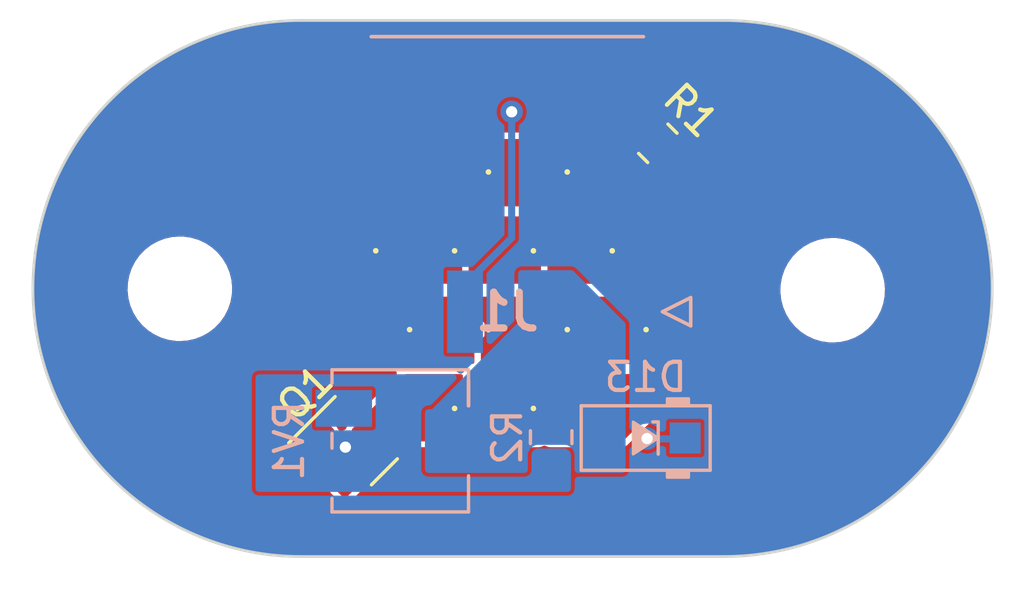
<source format=kicad_pcb>
(kicad_pcb (version 20221018) (generator pcbnew)
  (layers (0 "F.Cu" signal) (31 "B.Cu" signal) (34 "B.Paste" user) (35 "F.Paste" user) (36 "B.SilkS" user "B.Silkscreen") (37 "F.SilkS" user "F.Silkscreen") (38 "B.Mask" user) (39 "F.Mask" user) (44 "Edge.Cuts" user))
  (net 0 "")
  (net 1 "Net-(D1-K)")
  (net 2 "/Input")
  (net 3 "Net-(D2-K)")
  (net 4 "Net-(D3-K)")
  (net 5 "Net-(D4-K)")
  (net 6 "Net-(D5-K)")
  (net 7 "Net-(D6-K)")
  (net 8 "Net-(D7-K)")
  (net 9 "Net-(D8-K)")
  (net 10 "Net-(D10-A)")
  (net 11 "Net-(D10-K)")
  (net 12 "Net-(D11-K)")
  (net 13 "/GND")
  (net 15 "/MOUNT")
  (net 16 "/LED-")
  (net 17 "/REG")
  (net 18 "/TRIM")
  (footprint "SUFST:KR-SITQA1.23_handsolder" (layer "F.Cu") (at 56.134 42.164 -90)
    (fp_text reference "D3" hide)
    (fp_text value "KR-SITQA1.23")
    (fp_circle (center 0 0.6) (end 0.05 0.6) (stroke (width 0.1)) (fill none) (layer "F.SilkS"))
    (pad "1" smd custom (at -0.4 0.5 270) (size 0.1 0.1) (layers "F.Cu" "F.Paste" "F.Mask") (net 4 "Net-(D3-K)") (clearance 0.05) (options (clearance outline) (anchor circle)) (primitives (gr_poly (pts (xy -0.15 0.65) (xy -0.15 -0.15) (xy 0 -0.15) (xy 0.2 0.05) (xy 0.2 0.65)) (width 0.0001) (fill yes))))
    (pad "1" smd custom (at 0.4 0.5 270) (size 0.1 0.1) (layers "F.Cu" "F.Paste" "F.Mask") (net 4 "Net-(D3-K)") (clearance 0.05) (options (clearance outline) (anchor circle)) (primitives (gr_poly (pts (xy 0.15 0.65) (xy 0.15 -0.15) (xy 0 -0.15) (xy -0.2 0.05) (xy -0.2 0.65)) (width 0.0001) (fill yes))))
    (pad "2" smd custom (at 0 -0.2 270) (size 0.1 0.1) (layers "F.Cu" "F.Paste" "F.Mask") (net 3 "Net-(D2-K)") (clearance 0.05) (options (clearance outline) (anchor circle)) (primitives (gr_poly (pts (xy 0.125 0.4) (xy 0.35 0.15) (xy 0.35 -0.15) (xy 0.55 -0.15) (xy 0.55 -0.95) (xy 0.125 -0.95) (xy 0.125 -0.15) (xy -0.125 -0.15) (xy -0.125 -0.95) (xy -0.55 -0.95) (xy -0.55 -0.15) (xy -0.35 -0.15) (xy -0.35 0.15) (xy -0.125 0.4)) (width 0.0001) (fill yes))))
  )
  (footprint "SUFST:KR-SITQA1.23_handsolder" (layer "F.Cu") (at 53.34 42.164 -90)
    (fp_text reference "D4" hide)
    (fp_text value "KR-SITQA1.23")
    (fp_circle (center 0 0.6) (end 0.05 0.6) (stroke (width 0.1)) (fill none) (layer "F.SilkS"))
    (pad "1" smd custom (at -0.4 0.5 270) (size 0.1 0.1) (layers "F.Cu" "F.Paste" "F.Mask") (net 5 "Net-(D4-K)") (clearance 0.05) (options (clearance outline) (anchor circle)) (primitives (gr_poly (pts (xy -0.15 0.65) (xy -0.15 -0.15) (xy 0 -0.15) (xy 0.2 0.05) (xy 0.2 0.65)) (width 0.0001) (fill yes))))
    (pad "1" smd custom (at 0.4 0.5 270) (size 0.1 0.1) (layers "F.Cu" "F.Paste" "F.Mask") (net 5 "Net-(D4-K)") (clearance 0.05) (options (clearance outline) (anchor circle)) (primitives (gr_poly (pts (xy 0.15 0.65) (xy 0.15 -0.15) (xy 0 -0.15) (xy -0.2 0.05) (xy -0.2 0.65)) (width 0.0001) (fill yes))))
    (pad "2" smd custom (at 0 -0.2 270) (size 0.1 0.1) (layers "F.Cu" "F.Paste" "F.Mask") (net 4 "Net-(D3-K)") (clearance 0.05) (options (clearance outline) (anchor circle)) (primitives (gr_poly (pts (xy 0.125 0.4) (xy 0.35 0.15) (xy 0.35 -0.15) (xy 0.55 -0.15) (xy 0.55 -0.95) (xy 0.125 -0.95) (xy 0.125 -0.15) (xy -0.125 -0.15) (xy -0.125 -0.95) (xy -0.55 -0.95) (xy -0.55 -0.15) (xy -0.35 -0.15) (xy -0.35 0.15) (xy -0.125 0.4)) (width 0.0001) (fill yes))))
  )
  (footprint "MountingHole:MountingHole_3.2mm_M3" (layer "F.Cu") (at 63.3476 43.561)
    (fp_text reference "H2" hide)
    (fp_text value "MountingHole")
    (pad "" np_thru_hole circle (at 0 0) (size 3.2 3.2) (drill 3.2) (layers "*.Cu" "*.Mask"))
  )
  (footprint "SUFST:KR-SITQA1.23_handsolder" (layer "F.Cu") (at 50.546 44.958 90)
    (fp_text reference "D8" hide)
    (fp_text value "KR-SITQA1.23")
    (fp_circle (center 0 0.6) (end 0.05 0.6) (stroke (width 0.1)) (fill none) (layer "F.SilkS"))
    (pad "1" smd custom (at -0.4 0.5 90) (size 0.1 0.1) (layers "F.Cu" "F.Paste" "F.Mask") (net 9 "Net-(D8-K)") (clearance 0.05) (options (clearance outline) (anchor circle)) (primitives (gr_poly (pts (xy -0.15 0.65) (xy -0.15 -0.15) (xy 0 -0.15) (xy 0.2 0.05) (xy 0.2 0.65)) (width 0.0001) (fill yes))))
    (pad "1" smd custom (at 0.4 0.5 90) (size 0.1 0.1) (layers "F.Cu" "F.Paste" "F.Mask") (net 9 "Net-(D8-K)") (clearance 0.05) (options (clearance outline) (anchor circle)) (primitives (gr_poly (pts (xy 0.15 0.65) (xy 0.15 -0.15) (xy 0 -0.15) (xy -0.2 0.05) (xy -0.2 0.65)) (width 0.0001) (fill yes))))
    (pad "2" smd custom (at 0 -0.2 90) (size 0.1 0.1) (layers "F.Cu" "F.Paste" "F.Mask") (net 8 "Net-(D7-K)") (clearance 0.05) (options (clearance outline) (anchor circle)) (primitives (gr_poly (pts (xy 0.125 0.4) (xy 0.35 0.15) (xy 0.35 -0.15) (xy 0.55 -0.15) (xy 0.55 -0.95) (xy 0.125 -0.95) (xy 0.125 -0.15) (xy -0.125 -0.15) (xy -0.125 -0.95) (xy -0.55 -0.95) (xy -0.55 -0.15) (xy -0.35 -0.15) (xy -0.35 0.15) (xy -0.125 0.4)) (width 0.0001) (fill yes))))
  )
  (footprint "SUFST:KR-SITQA1.23_handsolder" (layer "F.Cu") (at 56.134 44.958 90)
    (fp_text reference "D10" hide)
    (fp_text value "KR-SITQA1.23")
    (fp_circle (center 0 0.6) (end 0.05 0.6) (stroke (width 0.1)) (fill none) (layer "F.SilkS"))
    (pad "1" smd custom (at -0.4 0.5 90) (size 0.1 0.1) (layers "F.Cu" "F.Paste" "F.Mask") (net 11 "Net-(D10-K)") (clearance 0.05) (options (clearance outline) (anchor circle)) (primitives (gr_poly (pts (xy -0.15 0.65) (xy -0.15 -0.15) (xy 0 -0.15) (xy 0.2 0.05) (xy 0.2 0.65)) (width 0.0001) (fill yes))))
    (pad "1" smd custom (at 0.4 0.5 90) (size 0.1 0.1) (layers "F.Cu" "F.Paste" "F.Mask") (net 11 "Net-(D10-K)") (clearance 0.05) (options (clearance outline) (anchor circle)) (primitives (gr_poly (pts (xy 0.15 0.65) (xy 0.15 -0.15) (xy 0 -0.15) (xy -0.2 0.05) (xy -0.2 0.65)) (width 0.0001) (fill yes))))
    (pad "2" smd custom (at 0 -0.2 90) (size 0.1 0.1) (layers "F.Cu" "F.Paste" "F.Mask") (net 10 "Net-(D10-A)") (clearance 0.05) (options (clearance outline) (anchor circle)) (primitives (gr_poly (pts (xy 0.125 0.4) (xy 0.35 0.15) (xy 0.35 -0.15) (xy 0.55 -0.15) (xy 0.55 -0.95) (xy 0.125 -0.95) (xy 0.125 -0.15) (xy -0.125 -0.15) (xy -0.125 -0.95) (xy -0.55 -0.95) (xy -0.55 -0.15) (xy -0.35 -0.15) (xy -0.35 0.15) (xy -0.125 0.4)) (width 0.0001) (fill yes))))
  )
  (footprint "SUFST:KR-SITQA1.23_handsolder" (layer "F.Cu") (at 50.546 47.752 -90)
    (fp_text reference "D12" hide)
    (fp_text value "KR-SITQA1.23")
    (fp_circle (center 0 0.6) (end 0.05 0.6) (stroke (width 0.1)) (fill none) (layer "F.SilkS"))
    (pad "1" smd custom (at -0.4 0.5 270) (size 0.1 0.1) (layers "F.Cu" "F.Paste" "F.Mask") (net 16 "/LED-") (clearance 0.05) (options (clearance outline) (anchor circle)) (primitives (gr_poly (pts (xy -0.15 0.65) (xy -0.15 -0.15) (xy 0 -0.15) (xy 0.2 0.05) (xy 0.2 0.65)) (width 0.0001) (fill yes))))
    (pad "1" smd custom (at 0.4 0.5 270) (size 0.1 0.1) (layers "F.Cu" "F.Paste" "F.Mask") (net 16 "/LED-") (clearance 0.05) (options (clearance outline) (anchor circle)) (primitives (gr_poly (pts (xy 0.15 0.65) (xy 0.15 -0.15) (xy 0 -0.15) (xy -0.2 0.05) (xy -0.2 0.65)) (width 0.0001) (fill yes))))
    (pad "2" smd custom (at 0 -0.2 270) (size 0.1 0.1) (layers "F.Cu" "F.Paste" "F.Mask") (net 12 "Net-(D11-K)") (clearance 0.05) (options (clearance outline) (anchor circle)) (primitives (gr_poly (pts (xy 0.125 0.4) (xy 0.35 0.15) (xy 0.35 -0.15) (xy 0.55 -0.15) (xy 0.55 -0.95) (xy 0.125 -0.95) (xy 0.125 -0.15) (xy -0.125 -0.15) (xy -0.125 -0.95) (xy -0.55 -0.95) (xy -0.55 -0.15) (xy -0.35 -0.15) (xy -0.35 0.15) (xy -0.125 0.4)) (width 0.0001) (fill yes))))
  )
  (footprint "Package_TO_SOT_SMD:SOT-23" (layer "F.Cu") (at 46.355 48.895 45)
    (fp_text reference "Q1" (at 0 -2.4 45) (layer "F.SilkS"))
    (fp_text value "BC817")
    (fp_line (start 0 -1.56) (end -1.675 -1.56) (stroke (width 0.12)) (layer "F.SilkS"))
    (fp_line (start 0 -1.56) (end 0.65 -1.56) (stroke (width 0.12)) (layer "F.SilkS"))
    (fp_line (start 0 1.56) (end -0.65 1.56) (stroke (width 0.12)) (layer "F.SilkS"))
    (fp_line (start 0 1.56) (end 0.65 1.56) (stroke (width 0.12)) (layer "F.SilkS"))
    (pad "1" smd roundrect (at -0.9375 -0.95 45) (size 1.475 0.6) (layers "F.Cu" "F.Paste" "F.Mask") (net 17 "/REG"))
    (pad "2" smd roundrect (at -0.9375 0.95 45) (size 1.475 0.6) (layers "F.Cu" "F.Paste" "F.Mask") (net 18 "/TRIM"))
    (pad "3" smd roundrect (at 0.9375 0 45) (size 1.475 0.6) (layers "F.Cu" "F.Paste" "F.Mask") (net 16 "/LED-"))
  )
  (footprint "SUFST:KR-SITQA1.23_handsolder" (layer "F.Cu") (at 53.34 47.752 -90)
    (fp_text reference "D11" hide)
    (fp_text value "KR-SITQA1.23")
    (fp_circle (center 0 0.6) (end 0.05 0.6) (stroke (width 0.1)) (fill none) (layer "F.SilkS"))
    (pad "1" smd custom (at -0.4 0.5 270) (size 0.1 0.1) (layers "F.Cu" "F.Paste" "F.Mask") (net 12 "Net-(D11-K)") (clearance 0.05) (options (clearance outline) (anchor circle)) (primitives (gr_poly (pts (xy -0.15 0.65) (xy -0.15 -0.15) (xy 0 -0.15) (xy 0.2 0.05) (xy 0.2 0.65)) (width 0.0001) (fill yes))))
    (pad "1" smd custom (at 0.4 0.5 270) (size 0.1 0.1) (layers "F.Cu" "F.Paste" "F.Mask") (net 12 "Net-(D11-K)") (clearance 0.05) (options (clearance outline) (anchor circle)) (primitives (gr_poly (pts (xy 0.15 0.65) (xy 0.15 -0.15) (xy 0 -0.15) (xy -0.2 0.05) (xy -0.2 0.65)) (width 0.0001) (fill yes))))
    (pad "2" smd custom (at 0 -0.2 270) (size 0.1 0.1) (layers "F.Cu" "F.Paste" "F.Mask") (net 11 "Net-(D10-K)") (clearance 0.05) (options (clearance outline) (anchor circle)) (primitives (gr_poly (pts (xy 0.125 0.4) (xy 0.35 0.15) (xy 0.35 -0.15) (xy 0.55 -0.15) (xy 0.55 -0.95) (xy 0.125 -0.95) (xy 0.125 -0.15) (xy -0.125 -0.15) (xy -0.125 -0.95) (xy -0.55 -0.95) (xy -0.55 -0.15) (xy -0.35 -0.15) (xy -0.35 0.15) (xy -0.125 0.4)) (width 0.0001) (fill yes))))
  )
  (footprint "SUFST:KR-SITQA1.23_handsolder" (layer "F.Cu") (at 50.546 39.37 90)
    (fp_text reference "D1" hide)
    (fp_text value "KR-SITQA1.23")
    (fp_circle (center 0 0.6) (end 0.05 0.6) (stroke (width 0.1)) (fill none) (layer "F.SilkS"))
    (pad "1" smd custom (at -0.4 0.5 90) (size 0.1 0.1) (layers "F.Cu" "F.Paste" "F.Mask") (net 1 "Net-(D1-K)") (clearance 0.05) (options (clearance outline) (anchor circle)) (primitives (gr_poly (pts (xy -0.15 0.65) (xy -0.15 -0.15) (xy 0 -0.15) (xy 0.2 0.05) (xy 0.2 0.65)) (width 0.0001) (fill yes))))
    (pad "1" smd custom (at 0.4 0.5 90) (size 0.1 0.1) (layers "F.Cu" "F.Paste" "F.Mask") (net 1 "Net-(D1-K)") (clearance 0.05) (options (clearance outline) (anchor circle)) (primitives (gr_poly (pts (xy 0.15 0.65) (xy 0.15 -0.15) (xy 0 -0.15) (xy -0.2 0.05) (xy -0.2 0.65)) (width 0.0001) (fill yes))))
    (pad "2" smd custom (at 0 -0.2 90) (size 0.1 0.1) (layers "F.Cu" "F.Paste" "F.Mask") (net 2 "/Input") (clearance 0.05) (options (clearance outline) (anchor circle)) (primitives (gr_poly (pts (xy 0.125 0.4) (xy 0.35 0.15) (xy 0.35 -0.15) (xy 0.55 -0.15) (xy 0.55 -0.95) (xy 0.125 -0.95) (xy 0.125 -0.15) (xy -0.125 -0.15) (xy -0.125 -0.95) (xy -0.55 -0.95) (xy -0.55 -0.15) (xy -0.35 -0.15) (xy -0.35 0.15) (xy -0.125 0.4)) (width 0.0001) (fill yes))))
  )
  (footprint "Resistor_SMD:R_0805_2012Metric" (layer "F.Cu") (at 57.15 38.354 -45)
    (fp_text reference "R1" (at 0 -1.65 135) (layer "F.SilkS"))
    (fp_text value "33k")
    (fp_line (start -0.227064 -0.735) (end 0.227064 -0.735) (stroke (width 0.12)) (layer "F.SilkS"))
    (fp_line (start -0.227064 0.735) (end 0.227064 0.735) (stroke (width 0.12)) (layer "F.SilkS"))
    (pad "1" smd roundrect (at -0.9125 0 315) (size 1.025 1.4) (layers "F.Cu" "F.Paste" "F.Mask") (roundrect_rratio 0.243902) (net 2 "/Input"))
    (pad "2" smd roundrect (at 0.9125 0 315) (size 1.025 1.4) (layers "F.Cu" "F.Paste" "F.Mask") (roundrect_rratio 0.243902) (net 17 "/REG"))
  )
  (footprint "SUFST:KR-SITQA1.23_handsolder" (layer "F.Cu") (at 53.34 44.958 90)
    (fp_text reference "D9" hide)
    (fp_text value "KR-SITQA1.23")
    (fp_circle (center 0 0.6) (end 0.05 0.6) (stroke (width 0.1)) (fill none) (layer "F.SilkS"))
    (pad "1" smd custom (at -0.4 0.5 90) (size 0.1 0.1) (layers "F.Cu" "F.Paste" "F.Mask") (net 10 "Net-(D10-A)") (clearance 0.05) (options (clearance outline) (anchor circle)) (primitives (gr_poly (pts (xy -0.15 0.65) (xy -0.15 -0.15) (xy 0 -0.15) (xy 0.2 0.05) (xy 0.2 0.65)) (width 0.0001) (fill yes))))
    (pad "1" smd custom (at 0.4 0.5 90) (size 0.1 0.1) (layers "F.Cu" "F.Paste" "F.Mask") (net 10 "Net-(D10-A)") (clearance 0.05) (options (clearance outline) (anchor circle)) (primitives (gr_poly (pts (xy 0.15 0.65) (xy 0.15 -0.15) (xy 0 -0.15) (xy -0.2 0.05) (xy -0.2 0.65)) (width 0.0001) (fill yes))))
    (pad "2" smd custom (at 0 -0.2 90) (size 0.1 0.1) (layers "F.Cu" "F.Paste" "F.Mask") (net 9 "Net-(D8-K)") (clearance 0.05) (options (clearance outline) (anchor circle)) (primitives (gr_poly (pts (xy 0.125 0.4) (xy 0.35 0.15) (xy 0.35 -0.15) (xy 0.55 -0.15) (xy 0.55 -0.95) (xy 0.125 -0.95) (xy 0.125 -0.15) (xy -0.125 -0.15) (xy -0.125 -0.95) (xy -0.55 -0.95) (xy -0.55 -0.15) (xy -0.35 -0.15) (xy -0.35 0.15) (xy -0.125 0.4)) (width 0.0001) (fill yes))))
  )
  (footprint "SUFST:KR-SITQA1.23_handsolder" (layer "F.Cu") (at 53.34 39.37 90)
    (fp_text reference "D2" hide)
    (fp_text value "KR-SITQA1.23")
    (fp_circle (center 0 0.6) (end 0.05 0.6) (stroke (width 0.1)) (fill none) (layer "F.SilkS"))
    (pad "1" smd custom (at -0.4 0.5 90) (size 0.1 0.1) (layers "F.Cu" "F.Paste" "F.Mask") (net 3 "Net-(D2-K)") (clearance 0.05) (options (clearance outline) (anchor circle)) (primitives (gr_poly (pts (xy -0.15 0.65) (xy -0.15 -0.15) (xy 0 -0.15) (xy 0.2 0.05) (xy 0.2 0.65)) (width 0.0001) (fill yes))))
    (pad "1" smd custom (at 0.4 0.5 90) (size 0.1 0.1) (layers "F.Cu" "F.Paste" "F.Mask") (net 3 "Net-(D2-K)") (clearance 0.05) (options (clearance outline) (anchor circle)) (primitives (gr_poly (pts (xy 0.15 0.65) (xy 0.15 -0.15) (xy 0 -0.15) (xy -0.2 0.05) (xy -0.2 0.65)) (width 0.0001) (fill yes))))
    (pad "2" smd custom (at 0 -0.2 90) (size 0.1 0.1) (layers "F.Cu" "F.Paste" "F.Mask") (net 1 "Net-(D1-K)") (clearance 0.05) (options (clearance outline) (anchor circle)) (primitives (gr_poly (pts (xy 0.125 0.4) (xy 0.35 0.15) (xy 0.35 -0.15) (xy 0.55 -0.15) (xy 0.55 -0.95) (xy 0.125 -0.95) (xy 0.125 -0.15) (xy -0.125 -0.15) (xy -0.125 -0.95) (xy -0.55 -0.95) (xy -0.55 -0.15) (xy -0.35 -0.15) (xy -0.35 0.15) (xy -0.125 0.4)) (width 0.0001) (fill yes))))
  )
  (footprint "MountingHole:MountingHole_3.2mm_M3" (layer "F.Cu") (at 40.2082 43.5102)
    (fp_text reference "H1" hide)
    (fp_text value "MountingHole")
    (pad "" np_thru_hole circle (at 0 0) (size 3.2 3.2) (drill 3.2) (layers "*.Cu" "*.Mask"))
  )
  (footprint "SUFST:KR-SITQA1.23_handsolder" (layer "F.Cu") (at 47.752 44.958 90)
    (fp_text reference "D7" hide)
    (fp_text value "KR-SITQA1.23")
    (fp_circle (center 0 0.6) (end 0.05 0.6) (stroke (width 0.1)) (fill none) (layer "F.SilkS"))
    (pad "1" smd custom (at -0.4 0.5 90) (size 0.1 0.1) (layers "F.Cu" "F.Paste" "F.Mask") (net 8 "Net-(D7-K)") (clearance 0.05) (options (clearance outline) (anchor circle)) (primitives (gr_poly (pts (xy -0.15 0.65) (xy -0.15 -0.15) (xy 0 -0.15) (xy 0.2 0.05) (xy 0.2 0.65)) (width 0.0001) (fill yes))))
    (pad "1" smd custom (at 0.4 0.5 90) (size 0.1 0.1) (layers "F.Cu" "F.Paste" "F.Mask") (net 8 "Net-(D7-K)") (clearance 0.05) (options (clearance outline) (anchor circle)) (primitives (gr_poly (pts (xy 0.15 0.65) (xy 0.15 -0.15) (xy 0 -0.15) (xy -0.2 0.05) (xy -0.2 0.65)) (width 0.0001) (fill yes))))
    (pad "2" smd custom (at 0 -0.2 90) (size 0.1 0.1) (layers "F.Cu" "F.Paste" "F.Mask") (net 7 "Net-(D6-K)") (clearance 0.05) (options (clearance outline) (anchor circle)) (primitives (gr_poly (pts (xy 0.125 0.4) (xy 0.35 0.15) (xy 0.35 -0.15) (xy 0.55 -0.15) (xy 0.55 -0.95) (xy 0.125 -0.95) (xy 0.125 -0.15) (xy -0.125 -0.15) (xy -0.125 -0.95) (xy -0.55 -0.95) (xy -0.55 -0.15) (xy -0.35 -0.15) (xy -0.35 0.15) (xy -0.125 0.4)) (width 0.0001) (fill yes))))
  )
  (footprint "SUFST:KR-SITQA1.23_handsolder" (layer "F.Cu") (at 47.752 42.164 -90)
    (fp_text reference "D6" hide)
    (fp_text value "KR-SITQA1.23")
    (fp_circle (center 0 0.6) (end 0.05 0.6) (stroke (width 0.1)) (fill none) (layer "F.SilkS"))
    (pad "1" smd custom (at -0.4 0.5 270) (size 0.1 0.1) (layers "F.Cu" "F.Paste" "F.Mask") (net 7 "Net-(D6-K)") (clearance 0.05) (options (clearance outline) (anchor circle)) (primitives (gr_poly (pts (xy -0.15 0.65) (xy -0.15 -0.15) (xy 0 -0.15) (xy 0.2 0.05) (xy 0.2 0.65)) (width 0.0001) (fill yes))))
    (pad "1" smd custom (at 0.4 0.5 270) (size 0.1 0.1) (layers "F.Cu" "F.Paste" "F.Mask") (net 7 "Net-(D6-K)") (clearance 0.05) (options (clearance outline) (anchor circle)) (primitives (gr_poly (pts (xy 0.15 0.65) (xy 0.15 -0.15) (xy 0 -0.15) (xy -0.2 0.05) (xy -0.2 0.65)) (width 0.0001) (fill yes))))
    (pad "2" smd custom (at 0 -0.2 270) (size 0.1 0.1) (layers "F.Cu" "F.Paste" "F.Mask") (net 6 "Net-(D5-K)") (clearance 0.05) (options (clearance outline) (anchor circle)) (primitives (gr_poly (pts (xy 0.125 0.4) (xy 0.35 0.15) (xy 0.35 -0.15) (xy 0.55 -0.15) (xy 0.55 -0.95) (xy 0.125 -0.95) (xy 0.125 -0.15) (xy -0.125 -0.15) (xy -0.125 -0.95) (xy -0.55 -0.95) (xy -0.55 -0.15) (xy -0.35 -0.15) (xy -0.35 0.15) (xy -0.125 0.4)) (width 0.0001) (fill yes))))
  )
  (footprint "SUFST:KR-SITQA1.23_handsolder" (layer "F.Cu") (at 50.546 42.164 -90)
    (fp_text reference "D5" hide)
    (fp_text value "KR-SITQA1.23")
    (fp_circle (center 0 0.6) (end 0.05 0.6) (stroke (width 0.1)) (fill none) (layer "F.SilkS"))
    (pad "1" smd custom (at -0.4 0.5 270) (size 0.1 0.1) (layers "F.Cu" "F.Paste" "F.Mask") (net 6 "Net-(D5-K)") (clearance 0.05) (options (clearance outline) (anchor circle)) (primitives (gr_poly (pts (xy -0.15 0.65) (xy -0.15 -0.15) (xy 0 -0.15) (xy 0.2 0.05) (xy 0.2 0.65)) (width 0.0001) (fill yes))))
    (pad "1" smd custom (at 0.4 0.5 270) (size 0.1 0.1) (layers "F.Cu" "F.Paste" "F.Mask") (net 6 "Net-(D5-K)") (clearance 0.05) (options (clearance outline) (anchor circle)) (primitives (gr_poly (pts (xy 0.15 0.65) (xy 0.15 -0.15) (xy 0 -0.15) (xy -0.2 0.05) (xy -0.2 0.65)) (width 0.0001) (fill yes))))
    (pad "2" smd custom (at 0 -0.2 270) (size 0.1 0.1) (layers "F.Cu" "F.Paste" "F.Mask") (net 5 "Net-(D4-K)") (clearance 0.05) (options (clearance outline) (anchor circle)) (primitives (gr_poly (pts (xy 0.125 0.4) (xy 0.35 0.15) (xy 0.35 -0.15) (xy 0.55 -0.15) (xy 0.55 -0.95) (xy 0.125 -0.95) (xy 0.125 -0.15) (xy -0.125 -0.15) (xy -0.125 -0.95) (xy -0.55 -0.95) (xy -0.55 -0.15) (xy -0.35 -0.15) (xy -0.35 0.15) (xy -0.125 0.4)) (width 0.0001) (fill yes))))
  )
  (footprint "Diode_SMD_AKL:D_SOD-123F_Zener" (layer "B.Cu") (at 56.72 48.8 180)
    (fp_text reference "D13" (at 0 2.159) (layer "B.SilkS") (effects (justify mirror)))
    (fp_text value "1N5333B")
    (fp_line (start -2.286 -1.143) (end -2.286 1.143) (stroke (width 0.12)) (layer "B.SilkS"))
    (fp_line (start -2.286 1.143) (end 2.286 1.143) (stroke (width 0.12)) (layer "B.SilkS"))
    (fp_line (start -0.4445 0.5715) (end -0.4445 -0.5715) (stroke (width 0.12)) (layer "B.SilkS"))
    (fp_line (start -0.4445 0.5715) (end -0.254 0.5715) (stroke (width 0.12)) (layer "B.SilkS"))
    (fp_line (start 2.286 -1.143) (end -2.286 -1.143) (stroke (width 0.12)) (layer "B.SilkS"))
    (fp_line (start 2.286 1.143) (end 2.286 -1.143) (stroke (width 0.12)) (layer "B.SilkS"))
    (fp_poly (pts (xy 0.4445 -0.5715) (xy -0.4445 0) (xy 0.4445 0.5715)) (stroke (width 0.1)) (fill solid) (layer "B.SilkS"))
    (fp_poly (pts (xy -0.762 -1.397) (xy -1.524 -1.397) (xy -1.524 -1.143) (xy -0.762 -1.143)) (stroke (width 0.1)) (fill solid) (layer "B.SilkS"))
    (fp_poly (pts (xy -0.762 1.143) (xy -1.524 1.143) (xy -1.524 1.397) (xy -0.762 1.397)) (stroke (width 0.1)) (fill solid) (layer "B.SilkS"))
    (pad "1" smd rect (at -1.4 0 180) (size 1.1 1.1) (layers "B.Cu" "B.Paste" "B.Mask") (net 17 "/REG"))
    (pad "2" smd rect (at 1.4 0 180) (size 1.1 1.1) (layers "B.Cu" "B.Paste" "B.Mask") (net 13 "/GND"))
  )
  (footprint "Resistor_SMD:R_0805_2012Metric" (layer "B.Cu") (at 53.37 48.77 90)
    (fp_text reference "R2" (at 0 -1.554 90) (layer "B.SilkS") (effects (justify mirror)))
    (fp_text value "68")
    (fp_line (start -0.227064 -0.735) (end 0.227064 -0.735) (stroke (width 0.12)) (layer "B.SilkS"))
    (fp_line (start -0.227064 0.735) (end 0.227064 0.735) (stroke (width 0.12)) (layer "B.SilkS"))
    (pad "1" smd roundrect (at -0.9125 0 90) (size 1.025 1.4) (layers "B.Cu" "B.Paste" "B.Mask") (roundrect_rratio 0.243902) (net 18 "/TRIM"))
    (pad "2" smd roundrect (at 0.9125 0 90) (size 1.025 1.4) (layers "B.Cu" "B.Paste" "B.Mask") (roundrect_rratio 0.243902) (net 13 "/GND"))
  )
  (footprint "SUFST:Molex_Micro-Fit_3.0_43650-0214_1x02_P3.00mm_Horizontal" (layer "B.Cu") (at 51.816 44.323)
    (fp_text reference "J1" (at 0 0) (layer "B.SilkS") (effects (font (size 1.27 1.27) (thickness 0.254)) (justify mirror)))
    (fp_text value "LED" hide)
    (fp_line (start 4.825 -9.75) (end -4.825 -9.75) (stroke (width 0.127)) (layer "B.SilkS"))
    (fp_line (start 5.5 0) (end 6.5 0.5) (stroke (width 0.127)) (layer "B.SilkS"))
    (fp_line (start 6.5 -0.5) (end 5.5 0) (stroke (width 0.127)) (layer "B.SilkS"))
    (fp_line (start 6.5 0.5) (end 6.5 -0.5) (stroke (width 0.127)) (layer "B.SilkS"))
    (pad "1" smd rect (at 1.5 0) (size 1.27 2.92) (layers "B.Cu" "B.Paste" "B.Mask") (net 13 "/GND"))
    (pad "2" smd rect (at -1.5 0) (size 1.27 2.92) (layers "B.Cu" "B.Paste" "B.Mask") (net 2 "/Input"))
    (pad "3" smd rect (at 5.385 -5.47 270) (size 1.65 3.43) (layers "B.Cu" "B.Paste" "B.Mask") (net 15 "/MOUNT"))
    (pad "4" smd rect (at -5.385 -5.47 270) (size 1.65 3.43) (layers "B.Cu" "B.Paste" "B.Mask") (net 15 "/MOUNT"))
  )
  (footprint "Potentiometer_SMD:Potentiometer_Bourns_3224J_Horizontal" (layer "B.Cu") (at 48.02 48.9 180)
    (fp_text reference "RV1" (at 3.937 0 90) (layer "B.SilkS") (effects (justify mirror)))
    (fp_text value "R_Potentiometer_Trim")
    (fp_line (start -2.42 -2.52) (end 2.42 -2.52) (stroke (width 0.12)) (layer "B.SilkS"))
    (fp_line (start -2.42 -1.24) (end -2.42 -2.52) (stroke (width 0.12)) (layer "B.SilkS"))
    (fp_line (start -2.42 2.14) (end -2.42 1.24) (stroke (width 0.12)) (layer "B.SilkS"))
    (fp_line (start -2.42 2.14) (end -2.42 1.24) (stroke (width 0.12)) (layer "B.SilkS"))
    (fp_line (start -2.42 2.14) (end -2.42 2.14) (stroke (width 0.12)) (layer "B.SilkS"))
    (fp_line (start -2.42 2.52) (end -2.42 1.24) (stroke (width 0.12)) (layer "B.SilkS"))
    (fp_line (start -2.42 2.52) (end 2.42 2.52) (stroke (width 0.12)) (layer "B.SilkS"))
    (fp_line (start 2.42 -2.04) (end 2.42 -2.52) (stroke (width 0.12)) (layer "B.SilkS"))
    (fp_line (start 2.42 0.26) (end 2.42 -0.26) (stroke (width 0.12)) (layer "B.SilkS"))
    (fp_line (start 2.42 2.52) (end 2.42 2.04) (stroke (width 0.12)) (layer "B.SilkS"))
    (pad "1" smd rect (at 2 1.15 180) (size 2 1.3) (layers "B.Cu" "B.Paste" "B.Mask"))
    (pad "2" smd rect (at -2 0 180) (size 2 2) (layers "B.Cu" "B.Paste" "B.Mask") (net 13 "/GND"))
    (pad "3" smd rect (at 2 -1.15 180) (size 2 1.3) (layers "B.Cu" "B.Paste" "B.Mask") (net 18 "/TRIM"))
  )
  (gr_line (start 44.5 34) (end 59.5 34) (stroke (width 0.1)) (layer "Edge.Cuts"))
  (gr_arc (start 44.5 53) (mid 35 43.5) (end 44.5 34) (stroke (width 0.1)) (layer "Edge.Cuts"))
  (gr_arc (start 59.5 34) (mid 69 43.5) (end 59.5 53) (stroke (width 0.1)) (layer "Edge.Cuts"))
  (gr_line (start 59.5 53) (end 44.5 53) (stroke (width 0.1)) (layer "Edge.Cuts"))
  (via (at 51.9684 37.2364) (size 0.8) (drill 0.4) (layers "F.Cu" "B.Cu") (net 2))
  (segment (start 50.316 43.3592) (end 51.9684 41.7068) (width 0.25) (layer "B.Cu") (net 2))
  (segment (start 51.9684 41.7068) (end 51.9684 37.2364) (width 0.25) (layer "B.Cu") (net 2))
  (segment (start 50.316 44.323) (end 50.316 43.3592) (width 0.25) (layer "B.Cu") (net 2))
  (via (at 56.769 48.8188) (size 0.8) (drill 0.4) (layers "F.Cu" "B.Cu") (net 17))
  (segment (start 56.7802 48.83) (end 58.11 48.83) (width 0.25) (layer "B.Cu") (net 17))
  (segment (start 56.769 48.8188) (end 56.7802 48.83) (width 0.25) (layer "B.Cu") (net 17))
  (segment (start 46.0756 49.1236) (end 46.772751 49.820752) (width 0.25) (layer "F.Cu") (net 18))
  (segment (start 46.772751 49.820752) (end 46.363839 50.229664) (width 0.25) (layer "F.Cu") (net 18))
  (via (at 46.0756 49.1236) (size 0.8) (drill 0.4) (layers "F.Cu" "B.Cu") (net 18))
  (zone (net 12) (net_name "Net-(D11-K)") (layer "F.Cu") (priority 3) (connect_pads yes (clearance 0.127)) (min_thickness 0.127) (fill yes (thermal_gap 0.5) (thermal_bridge_width 0.5) (smoothing chamfer) (radius 0.05))
    (polygon (pts (xy 53.0086 46.5328) (xy 53.0086 47.3964) (xy 52.8816 47.5234) (xy 52.8816 47.9806) (xy 53.0086 48.1076) (xy 53.0086 48.9204) (xy 50.4432 48.9204) (xy 50.4432 48.133) (xy 50.2908 47.9806) (xy 50.2908 47.5234) (xy 50.4432 47.371) (xy 50.4432 46.5328)))
  )
  (zone (net 6) (net_name "Net-(D5-K)") (layer "F.Cu") (priority 3) (connect_pads yes (clearance 0.127)) (min_thickness 0.127) (fill yes (thermal_gap 0.5) (thermal_bridge_width 0.5) (smoothing chamfer) (radius 0.05))
    (polygon (pts (xy 50.2146 40.9448) (xy 50.2146 41.8084) (xy 50.0876 41.9354) (xy 50.0876 42.3926) (xy 50.2146 42.5196) (xy 50.2146 43.3324) (xy 47.6492 43.3324) (xy 47.6492 42.545) (xy 47.4968 42.3926) (xy 47.4968 41.9354) (xy 47.6492 41.783) (xy 47.6492 40.9448)))
  )
  (zone (net 16) (net_name "/LED-") (layer "F.Cu") (priority 1) (connect_pads yes (clearance 0.127)) (min_thickness 0.127) (fill yes (thermal_gap 0.5) (thermal_bridge_width 0.5))
    (polygon (pts (xy 46.2788 48.514) (xy 48.2092 46.5328) (xy 50.2412 46.5328) (xy 50.2412 47.3456) (xy 49.9872 47.5996) (xy 49.9872 47.9044) (xy 50.2412 48.1584) (xy 50.2412 48.9204) (xy 46.6852 48.9204)))
  )
  (zone (net 3) (net_name "Net-(D2-K)") (layer "F.Cu") (priority 4) (connect_pads yes (clearance 0.127)) (min_thickness 0.127) (fill yes (thermal_gap 0.5) (thermal_bridge_width 0.5))
    (polygon (pts (xy 53.6702 40.5892) (xy 53.6702 39.7256) (xy 53.7972 39.5986) (xy 53.7972 39.1414) (xy 53.6702 39.0144) (xy 53.6702 38.2016) (xy 55.7022 38.2016) (xy 58.0644 40.5892) (xy 58.0644 43.3324) (xy 56.007 43.3324) (xy 56.007 42.5196) (xy 55.8546 42.3672) (xy 55.8546 41.9608) (xy 56.007 41.8084) (xy 56.007 40.5892)))
  )
  (zone (net 7) (net_name "Net-(D6-K)") (layer "F.Cu") (priority 5) (connect_pads yes (clearance 0.127)) (min_thickness 0.127) (fill yes (thermal_gap 0.5) (thermal_bridge_width 0.5))
    (polygon (pts (xy 47.8536 43.7896) (xy 47.8536 44.577) (xy 48.006 44.7294) (xy 48.006 45.1866) (xy 47.8536 45.339) (xy 47.8536 46.1772) (xy 45.7708 46.1772) (xy 45.7708 40.9448) (xy 47.4218 40.9448) (xy 47.4218 41.8084) (xy 47.2948 41.9354) (xy 47.2948 42.3926) (xy 47.4218 42.5196) (xy 47.4218 43.7896)))
  )
  (zone (net 5) (net_name "Net-(D4-K)") (layer "F.Cu") (priority 3) (connect_pads yes (clearance 0.127)) (min_thickness 0.127) (fill yes (thermal_gap 0.5) (thermal_bridge_width 0.5) (smoothing chamfer) (radius 0.05))
    (polygon (pts (xy 53.0086 40.9448) (xy 53.0086 41.8084) (xy 52.8816 41.9354) (xy 52.8816 42.3926) (xy 53.0086 42.5196) (xy 53.0086 43.3324) (xy 50.4432 43.3324) (xy 50.4432 42.545) (xy 50.2908 42.3926) (xy 50.2908 41.9354) (xy 50.4432 41.783) (xy 50.4432 40.9448)))
  )
  (zone (net 17) (net_name "/REG") (layer "F.Cu") (connect_pads (clearance 0.2)) (min_thickness 0.25) (fill yes (thermal_gap 0.127) (thermal_bridge_width 0.75))
    (polygon (pts (xy 70.06 33.33) (xy 33.91 33.32) (xy 33.9708 54.4008) (xy 70.1308 54.4208)))
  )
  (zone (net 4) (net_name "Net-(D3-K)") (layer "F.Cu") (priority 3) (connect_pads yes (clearance 0.127)) (min_thickness 0.127) (fill yes (thermal_gap 0.5) (thermal_bridge_width 0.5) (smoothing chamfer) (radius 0.05))
    (polygon (pts (xy 55.8026 40.9448) (xy 55.8026 41.8084) (xy 55.6756 41.9354) (xy 55.6756 42.3926) (xy 55.8026 42.5196) (xy 55.8026 43.3324) (xy 53.2372 43.3324) (xy 53.2372 42.545) (xy 53.0848 42.3926) (xy 53.0848 41.9354) (xy 53.2372 41.783) (xy 53.2372 40.9448)))
  )
  (zone (net 1) (net_name "Net-(D1-K)") (layer "F.Cu") (priority 3) (connect_pads yes (clearance 0.127)) (min_thickness 0.127) (fill yes (thermal_gap 0.5) (thermal_bridge_width 0.5) (smoothing chamfer) (radius 0.05))
    (polygon (pts (xy 50.8774 40.5892) (xy 50.8774 39.7256) (xy 51.0044 39.5986) (xy 51.0044 39.1414) (xy 50.8774 39.0144) (xy 50.8774 38.2016) (xy 53.4428 38.2016) (xy 53.4428 38.989) (xy 53.5952 39.1414) (xy 53.5952 39.5986) (xy 53.4428 39.751) (xy 53.4428 40.5892)))
  )
  (zone (net 8) (net_name "Net-(D7-K)") (layer "F.Cu") (priority 3) (connect_pads yes (clearance 0.127)) (min_thickness 0.127) (fill yes (thermal_gap 0.5) (thermal_bridge_width 0.5) (smoothing chamfer) (radius 0.05))
    (polygon (pts (xy 48.0834 46.1772) (xy 48.0834 45.3136) (xy 48.2104 45.1866) (xy 48.2104 44.7294) (xy 48.0834 44.6024) (xy 48.0834 43.7896) (xy 50.6488 43.7896) (xy 50.6488 44.577) (xy 50.8012 44.7294) (xy 50.8012 45.1866) (xy 50.6488 45.339) (xy 50.6488 46.1772)))
  )
  (zone (net 9) (net_name "Net-(D8-K)") (layer "F.Cu") (priority 3) (connect_pads yes (clearance 0.127)) (min_thickness 0.127) (fill yes (thermal_gap 0.5) (thermal_bridge_width 0.5) (smoothing chamfer) (radius 0.05))
    (polygon (pts (xy 50.8774 46.1772) (xy 50.8774 45.3136) (xy 51.0044 45.1866) (xy 51.0044 44.7294) (xy 50.8774 44.6024) (xy 50.8774 43.7896) (xy 53.4428 43.7896) (xy 53.4428 44.577) (xy 53.5952 44.7294) (xy 53.5952 45.1866) (xy 53.4428 45.339) (xy 53.4428 46.1772)))
  )
  (zone (net 11) (net_name "Net-(D10-K)") (layer "F.Cu") (priority 6) (connect_pads yes (clearance 0.127)) (min_thickness 0.127) (fill yes (thermal_gap 0.5) (thermal_bridge_width 0.5))
    (polygon (pts (xy 56.4642 43.7896) (xy 56.4642 44.6024) (xy 56.5912 44.7294) (xy 56.5912 45.1866) (xy 56.4642 45.3136) (xy 56.4642 46.5328) (xy 53.2384 46.5328) (xy 53.2384 47.371) (xy 53.086 47.5234) (xy 53.086 47.9806) (xy 53.2638 48.1584) (xy 53.2638 48.9204) (xy 55.9054 48.9204) (xy 58.0644 46.7868) (xy 58.0644 43.7896)))
  )
  (zone (net 2) (net_name "/Input") (layer "F.Cu") (priority 3) (connect_pads yes (clearance 0.127)) (min_thickness 0.127) (fill yes (thermal_gap 0.5) (thermal_bridge_width 0.5) (smoothing chamfer) (radius 0.05))
    (polygon (pts (xy 48.0822 40.5892) (xy 48.0822 37.719) (xy 49.4538 36.3474) (xy 56.1594 36.3474) (xy 57.3786 37.5666) (xy 56.3626 38.5826) (xy 55.753 37.973) (xy 50.6488 37.973) (xy 50.6488 38.989) (xy 50.8012 39.1414) (xy 50.8012 39.5986) (xy 50.6488 39.751) (xy 50.6488 40.5892)))
  )
  (zone (net 10) (net_name "Net-(D10-A)") (layer "F.Cu") (priority 3) (connect_pads yes (clearance 0.127)) (min_thickness 0.127) (fill yes (thermal_gap 0.5) (thermal_bridge_width 0.5) (smoothing chamfer) (radius 0.05))
    (polygon (pts (xy 53.6714 46.1772) (xy 53.6714 45.3136) (xy 53.7984 45.1866) (xy 53.7984 44.7294) (xy 53.6714 44.6024) (xy 53.6714 43.7896) (xy 56.2368 43.7896) (xy 56.2368 44.577) (xy 56.3892 44.7294) (xy 56.3892 45.1866) (xy 56.2368 45.339) (xy 56.2368 46.1772)))
  )
  (zone (net 18) (net_name "/TRIM") (layer "B.Cu") (priority 2) (connect_pads yes (clearance 0.127)) (min_thickness 0.25) (fill yes (thermal_gap 0.5) (thermal_bridge_width 0.5))
    (polygon (pts (xy 42.89 46.54) (xy 51.02 46.54) (xy 54.07 49.06) (xy 54.07 50.71) (xy 42.89 50.71)))
  )
  (zone (net 15) (net_name "/MOUNT") (layer "B.Cu") (priority 1) (connect_pads yes (clearance 0.127)) (min_thickness 0.25) (fill yes (thermal_gap 0.25) (thermal_bridge_width 0.5))
    (polygon (pts (xy 33.8328 33.274) (xy 70.0532 33.2994) (xy 70.0532 54.4322) (xy 33.8328 54.4322)))
  )
  (zone (net 13) (net_name "/GND") (layer "B.Cu") (priority 3) (connect_pads yes (clearance 0.127)) (min_thickness 0.25) (fill yes (thermal_gap 0.5) (thermal_bridge_width 0.5))
    (polygon (pts (xy 48.895 47.7774) (xy 48.895 50.038) (xy 56.007 50.038) (xy 56.007 44.7294) (xy 54.1274 42.8498) (xy 52.2 42.85) (xy 52.197 44.704) (xy 49.149 47.7774)))
  )
)
</source>
